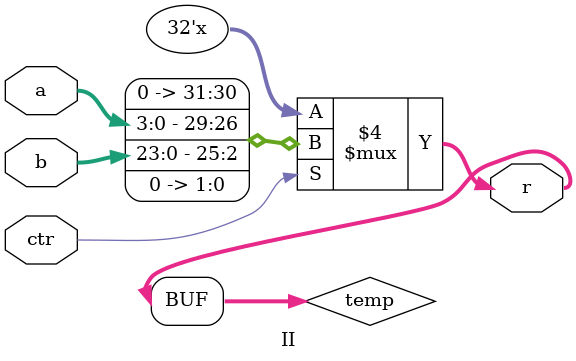
<source format=v>
`timescale 1ns / 1ps


module II(
    input [3:0] a,
    input [25:0] b,
    input ctr,
    output [31:0] r
    );
    reg [31:0] temp;
    always@(*)begin
        if(ctr==1)begin
        temp<={a,b<<2};
        end
    end
    assign r = temp;
endmodule

</source>
